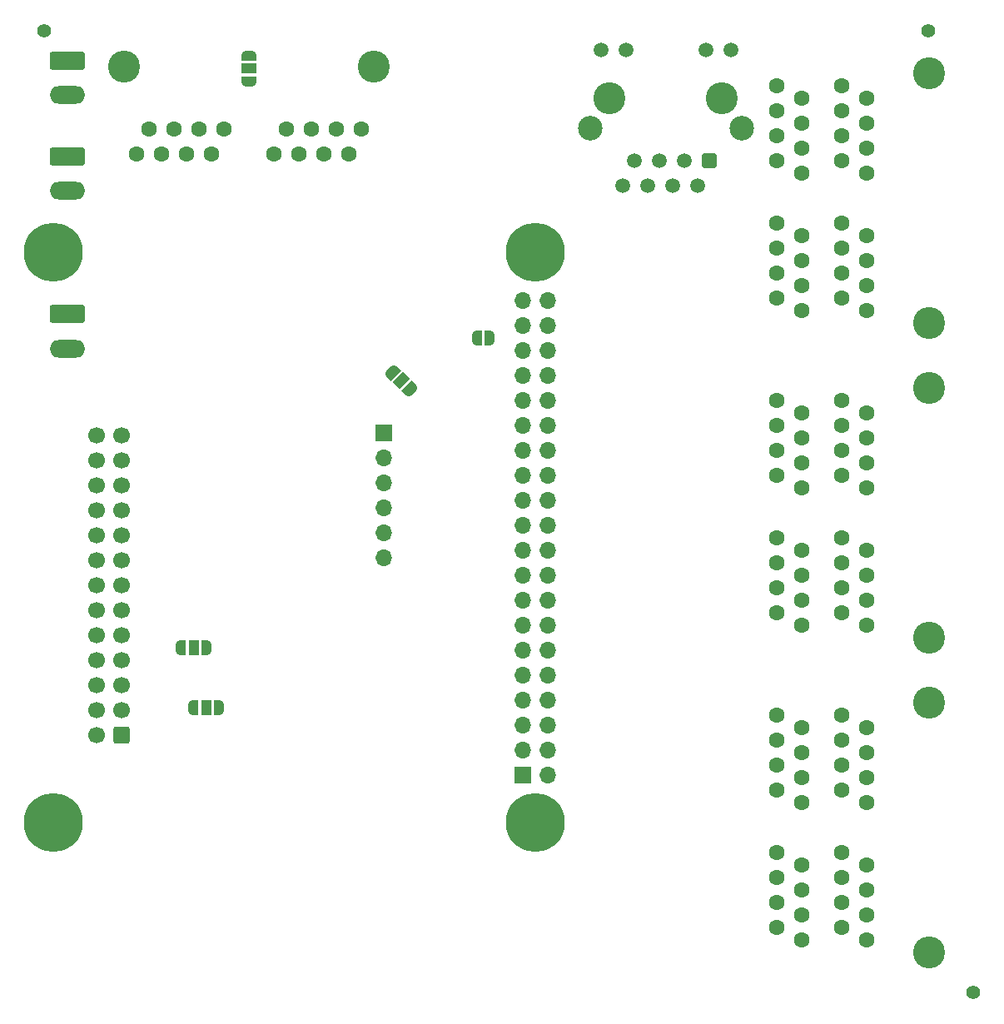
<source format=gbr>
%TF.GenerationSoftware,KiCad,Pcbnew,8.0.5*%
%TF.CreationDate,2025-02-16T21:21:17+01:00*%
%TF.ProjectId,stmbl-fpga-master,73746d62-6c2d-4667-9067-612d6d617374,rev?*%
%TF.SameCoordinates,Original*%
%TF.FileFunction,Soldermask,Bot*%
%TF.FilePolarity,Negative*%
%FSLAX46Y46*%
G04 Gerber Fmt 4.6, Leading zero omitted, Abs format (unit mm)*
G04 Created by KiCad (PCBNEW 8.0.5) date 2025-02-16 21:21:17*
%MOMM*%
%LPD*%
G01*
G04 APERTURE LIST*
G04 Aperture macros list*
%AMRoundRect*
0 Rectangle with rounded corners*
0 $1 Rounding radius*
0 $2 $3 $4 $5 $6 $7 $8 $9 X,Y pos of 4 corners*
0 Add a 4 corners polygon primitive as box body*
4,1,4,$2,$3,$4,$5,$6,$7,$8,$9,$2,$3,0*
0 Add four circle primitives for the rounded corners*
1,1,$1+$1,$2,$3*
1,1,$1+$1,$4,$5*
1,1,$1+$1,$6,$7*
1,1,$1+$1,$8,$9*
0 Add four rect primitives between the rounded corners*
20,1,$1+$1,$2,$3,$4,$5,0*
20,1,$1+$1,$4,$5,$6,$7,0*
20,1,$1+$1,$6,$7,$8,$9,0*
20,1,$1+$1,$8,$9,$2,$3,0*%
%AMRotRect*
0 Rectangle, with rotation*
0 The origin of the aperture is its center*
0 $1 length*
0 $2 width*
0 $3 Rotation angle, in degrees counterclockwise*
0 Add horizontal line*
21,1,$1,$2,0,0,$3*%
%AMFreePoly0*
4,1,19,0.550000,-0.750000,0.000000,-0.750000,0.000000,-0.744912,-0.071157,-0.744911,-0.207708,-0.704816,-0.327430,-0.627875,-0.420627,-0.520320,-0.479746,-0.390866,-0.500000,-0.250000,-0.500000,0.250000,-0.479746,0.390866,-0.420627,0.520320,-0.327430,0.627875,-0.207708,0.704816,-0.071157,0.744911,0.000000,0.744912,0.000000,0.750000,0.550000,0.750000,0.550000,-0.750000,0.550000,-0.750000,
$1*%
%AMFreePoly1*
4,1,19,0.000000,0.744912,0.071157,0.744911,0.207708,0.704816,0.327430,0.627875,0.420627,0.520320,0.479746,0.390866,0.500000,0.250000,0.500000,-0.250000,0.479746,-0.390866,0.420627,-0.520320,0.327430,-0.627875,0.207708,-0.704816,0.071157,-0.744911,0.000000,-0.744912,0.000000,-0.750000,-0.550000,-0.750000,-0.550000,0.750000,0.000000,0.750000,0.000000,0.744912,0.000000,0.744912,
$1*%
%AMFreePoly2*
4,1,19,0.500000,-0.750000,0.000000,-0.750000,0.000000,-0.744911,-0.071157,-0.744911,-0.207708,-0.704816,-0.327430,-0.627875,-0.420627,-0.520320,-0.479746,-0.390866,-0.500000,-0.250000,-0.500000,0.250000,-0.479746,0.390866,-0.420627,0.520320,-0.327430,0.627875,-0.207708,0.704816,-0.071157,0.744911,0.000000,0.744911,0.000000,0.750000,0.500000,0.750000,0.500000,-0.750000,0.500000,-0.750000,
$1*%
%AMFreePoly3*
4,1,19,0.000000,0.744911,0.071157,0.744911,0.207708,0.704816,0.327430,0.627875,0.420627,0.520320,0.479746,0.390866,0.500000,0.250000,0.500000,-0.250000,0.479746,-0.390866,0.420627,-0.520320,0.327430,-0.627875,0.207708,-0.704816,0.071157,-0.744911,0.000000,-0.744911,0.000000,-0.750000,-0.500000,-0.750000,-0.500000,0.750000,0.000000,0.750000,0.000000,0.744911,0.000000,0.744911,
$1*%
G04 Aperture macros list end*
%ADD10C,1.400000*%
%ADD11O,3.600000X1.800000*%
%ADD12RoundRect,0.250000X-1.550000X0.650000X-1.550000X-0.650000X1.550000X-0.650000X1.550000X0.650000X0*%
%ADD13C,1.600000*%
%ADD14C,3.250000*%
%ADD15RoundRect,0.250000X0.600000X0.600000X-0.600000X0.600000X-0.600000X-0.600000X0.600000X-0.600000X0*%
%ADD16C,1.700000*%
%ADD17C,2.500000*%
%ADD18C,1.500000*%
%ADD19RoundRect,0.250500X0.499500X0.499500X-0.499500X0.499500X-0.499500X-0.499500X0.499500X-0.499500X0*%
%ADD20O,1.700000X1.700000*%
%ADD21R,1.700000X1.700000*%
%ADD22C,6.000000*%
%ADD23FreePoly0,135.000000*%
%ADD24RotRect,1.000000X1.500000X135.000000*%
%ADD25FreePoly1,135.000000*%
%ADD26FreePoly0,180.000000*%
%ADD27R,1.000000X1.500000*%
%ADD28FreePoly1,180.000000*%
%ADD29FreePoly0,0.000000*%
%ADD30FreePoly1,0.000000*%
%ADD31FreePoly2,180.000000*%
%ADD32FreePoly3,180.000000*%
%ADD33FreePoly0,270.000000*%
%ADD34R,1.500000X1.000000*%
%ADD35FreePoly1,270.000000*%
G04 APERTURE END LIST*
D10*
%TO.C,REF\u002A\u002A*%
X32540000Y-31016000D03*
%TD*%
%TO.C,REF\u002A\u002A*%
X127028000Y-128806000D03*
%TD*%
D11*
%TO.C,J2*%
X34932500Y-47250000D03*
D12*
X34932500Y-43750000D03*
%TD*%
D11*
%TO.C,J1*%
X34932500Y-63305000D03*
D12*
X34932500Y-59805000D03*
%TD*%
D13*
%TO.C,J6*%
X109610000Y-59430000D03*
X107070000Y-58160000D03*
X109610000Y-56890000D03*
X107070000Y-55620000D03*
X109610000Y-54350000D03*
X107070000Y-53080000D03*
X109610000Y-51810000D03*
X107070000Y-50540000D03*
X109610000Y-45460000D03*
X107070000Y-44190000D03*
X109610000Y-42920000D03*
X107070000Y-41650000D03*
X109610000Y-40380000D03*
X107070000Y-39110000D03*
X109610000Y-37840000D03*
X107070000Y-36570000D03*
X116190000Y-59430000D03*
X113650000Y-58160000D03*
X116190000Y-56890000D03*
X113650000Y-55620000D03*
X116190000Y-54350000D03*
X113650000Y-53080000D03*
X116190000Y-51810000D03*
X113650000Y-50540000D03*
X116190000Y-45460000D03*
X113650000Y-44190000D03*
X116190000Y-42920000D03*
X113650000Y-41650000D03*
X116190000Y-40380000D03*
X113650000Y-39110000D03*
X116190000Y-37840000D03*
X113650000Y-36570000D03*
D14*
X122540000Y-35300000D03*
X122540000Y-60700000D03*
%TD*%
D15*
%TO.C,J4*%
X40414000Y-102644000D03*
D16*
X37874000Y-102644000D03*
X40414000Y-100104000D03*
X37874000Y-100104000D03*
X40414000Y-97564000D03*
X37874000Y-97564000D03*
X40414000Y-95024000D03*
X37874000Y-95024000D03*
X40414000Y-92484000D03*
X37874000Y-92484000D03*
X40414000Y-89944000D03*
X37874000Y-89944000D03*
X40414000Y-87404000D03*
X37874000Y-87404000D03*
X40414000Y-84864000D03*
X37874000Y-84864000D03*
X40414000Y-82324000D03*
X37874000Y-82324000D03*
X40414000Y-79784000D03*
X37874000Y-79784000D03*
X40414000Y-77244000D03*
X37874000Y-77244000D03*
X40414000Y-74704000D03*
X37874000Y-74704000D03*
X40414000Y-72164000D03*
X37874000Y-72164000D03*
%TD*%
D13*
%TO.C,J9*%
X64798000Y-40952000D03*
X63528000Y-43492000D03*
X62258000Y-40952000D03*
X60988000Y-43492000D03*
X59718000Y-40952000D03*
X58448000Y-43492000D03*
X57178000Y-40952000D03*
X55908000Y-43492000D03*
X50828000Y-40952000D03*
X49558000Y-43492000D03*
X48288000Y-40952000D03*
X47018000Y-43492000D03*
X45748000Y-40952000D03*
X44478000Y-43492000D03*
X43208000Y-40952000D03*
X41938000Y-43492000D03*
D14*
X40668000Y-34602000D03*
X66068000Y-34602000D03*
%TD*%
D11*
%TO.C,J3*%
X34932500Y-37500000D03*
D12*
X34932500Y-34000000D03*
%TD*%
D17*
%TO.C,J5*%
X88055000Y-40900000D03*
X103545000Y-40900000D03*
D18*
X89175000Y-32950000D03*
X91715000Y-32950000D03*
X99885000Y-32950000D03*
X102425000Y-32950000D03*
X91360000Y-46750000D03*
X92620000Y-44210000D03*
X93900000Y-46750000D03*
X95160000Y-44210000D03*
X96440000Y-46750000D03*
X97700000Y-44210000D03*
X98980000Y-46750000D03*
D19*
X100240000Y-44210000D03*
D14*
X90085000Y-37850000D03*
X101515000Y-37850000D03*
%TD*%
D20*
%TO.C,U2*%
X83770000Y-58370000D03*
X81230000Y-58370000D03*
X83770000Y-60910000D03*
X81230000Y-60910000D03*
X83770000Y-63450000D03*
X81230000Y-63450000D03*
X83770000Y-65990000D03*
X81230000Y-65990000D03*
X83770000Y-68530000D03*
X81230000Y-68530000D03*
X83770000Y-71070000D03*
X81230000Y-71070000D03*
X83770000Y-73610000D03*
X81230000Y-73610000D03*
X83770000Y-76150000D03*
X81230000Y-76150000D03*
X83770000Y-78690000D03*
X81230000Y-78690000D03*
X83770000Y-81230000D03*
X81230000Y-81230000D03*
X83770000Y-83770000D03*
X81230000Y-83770000D03*
X83770000Y-86310000D03*
X81230000Y-86310000D03*
X83770000Y-88850000D03*
X81230000Y-88850000D03*
X83770000Y-91390000D03*
X81230000Y-91390000D03*
X83770000Y-93930000D03*
X81230000Y-93930000D03*
X83770000Y-96470000D03*
X81230000Y-96470000D03*
X83770000Y-99010000D03*
X81230000Y-99010000D03*
X83770000Y-101550000D03*
X81230000Y-101550000D03*
X83770000Y-104090000D03*
X81230000Y-104090000D03*
X83770000Y-106630000D03*
D21*
X81230000Y-106630000D03*
D22*
X33500000Y-53500000D03*
X33500000Y-111500000D03*
X82500000Y-53500000D03*
X82500000Y-111500000D03*
%TD*%
D13*
%TO.C,J8*%
X109610000Y-123430000D03*
X107070000Y-122160000D03*
X109610000Y-120890000D03*
X107070000Y-119620000D03*
X109610000Y-118350000D03*
X107070000Y-117080000D03*
X109610000Y-115810000D03*
X107070000Y-114540000D03*
X109610000Y-109460000D03*
X107070000Y-108190000D03*
X109610000Y-106920000D03*
X107070000Y-105650000D03*
X109610000Y-104380000D03*
X107070000Y-103110000D03*
X109610000Y-101840000D03*
X107070000Y-100570000D03*
X116190000Y-123430000D03*
X113650000Y-122160000D03*
X116190000Y-120890000D03*
X113650000Y-119620000D03*
X116190000Y-118350000D03*
X113650000Y-117080000D03*
X116190000Y-115810000D03*
X113650000Y-114540000D03*
X116190000Y-109460000D03*
X113650000Y-108190000D03*
X116190000Y-106920000D03*
X113650000Y-105650000D03*
X116190000Y-104380000D03*
X113650000Y-103110000D03*
X116190000Y-101840000D03*
X113650000Y-100570000D03*
D14*
X122540000Y-99300000D03*
X122540000Y-124700000D03*
%TD*%
D13*
%TO.C,J7*%
X109610000Y-91430000D03*
X107070000Y-90160000D03*
X109610000Y-88890000D03*
X107070000Y-87620000D03*
X109610000Y-86350000D03*
X107070000Y-85080000D03*
X109610000Y-83810000D03*
X107070000Y-82540000D03*
X109610000Y-77460000D03*
X107070000Y-76190000D03*
X109610000Y-74920000D03*
X107070000Y-73650000D03*
X109610000Y-72380000D03*
X107070000Y-71110000D03*
X109610000Y-69840000D03*
X107070000Y-68570000D03*
X116190000Y-91430000D03*
X113650000Y-90160000D03*
X116190000Y-88890000D03*
X113650000Y-87620000D03*
X116190000Y-86350000D03*
X113650000Y-85080000D03*
X116190000Y-83810000D03*
X113650000Y-82540000D03*
X116190000Y-77460000D03*
X113650000Y-76190000D03*
X116190000Y-74920000D03*
X113650000Y-73650000D03*
X116190000Y-72380000D03*
X113650000Y-71110000D03*
X116190000Y-69840000D03*
X113650000Y-68570000D03*
D14*
X122540000Y-67300000D03*
X122540000Y-92700000D03*
%TD*%
D23*
%TO.C,JP1*%
X69781239Y-67495239D03*
D24*
X68862000Y-66576000D03*
D25*
X67942761Y-65656761D03*
%TD*%
D26*
%TO.C,JP42*%
X49080000Y-93754000D03*
D27*
X47780000Y-93754000D03*
D28*
X46480000Y-93754000D03*
%TD*%
D29*
%TO.C,JP41*%
X47750000Y-99850000D03*
D27*
X49050000Y-99850000D03*
D30*
X50350000Y-99850000D03*
%TD*%
D31*
%TO.C,JP2*%
X77894000Y-62258000D03*
D32*
X76594000Y-62258000D03*
%TD*%
D33*
%TO.C,JP43*%
X53368000Y-33526000D03*
D34*
X53368000Y-34826000D03*
D35*
X53368000Y-36126000D03*
%TD*%
D20*
%TO.C,J10*%
X67084000Y-84610000D03*
X67084000Y-82070000D03*
X67084000Y-79530000D03*
X67084000Y-76989999D03*
X67084000Y-74450000D03*
D21*
X67084000Y-71910000D03*
%TD*%
D10*
%TO.C,REF\u002A\u002A*%
X122456000Y-31016000D03*
%TD*%
M02*

</source>
